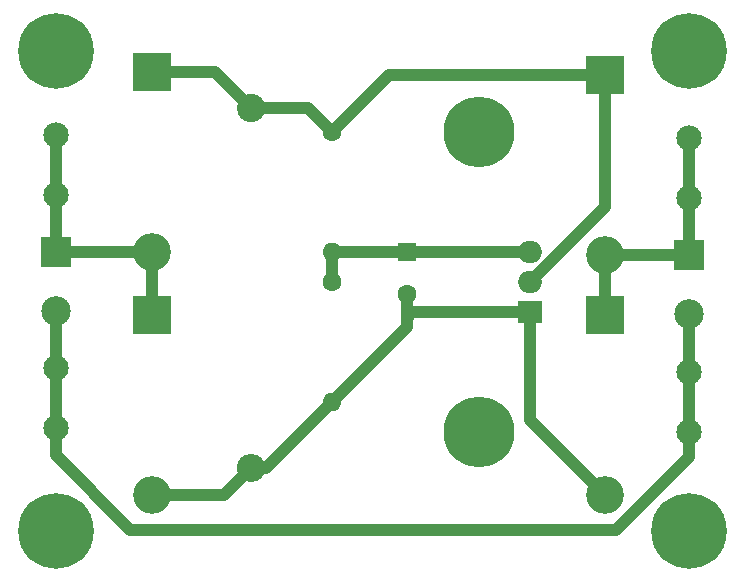
<source format=gbr>
G04 #@! TF.GenerationSoftware,KiCad,Pcbnew,(6.0.1-0)*
G04 #@! TF.CreationDate,2022-02-08T18:00:10+01:00*
G04 #@! TF.ProjectId,inrush-current-limiter-scr,696e7275-7368-42d6-9375-7272656e742d,rev?*
G04 #@! TF.SameCoordinates,Original*
G04 #@! TF.FileFunction,Copper,L2,Bot*
G04 #@! TF.FilePolarity,Positive*
%FSLAX46Y46*%
G04 Gerber Fmt 4.6, Leading zero omitted, Abs format (unit mm)*
G04 Created by KiCad (PCBNEW (6.0.1-0)) date 2022-02-08 18:00:10*
%MOMM*%
%LPD*%
G01*
G04 APERTURE LIST*
G04 #@! TA.AperFunction,ComponentPad*
%ADD10R,3.200000X3.200000*%
G04 #@! TD*
G04 #@! TA.AperFunction,ComponentPad*
%ADD11O,3.200000X3.200000*%
G04 #@! TD*
G04 #@! TA.AperFunction,ComponentPad*
%ADD12C,1.600000*%
G04 #@! TD*
G04 #@! TA.AperFunction,ComponentPad*
%ADD13O,1.600000X1.600000*%
G04 #@! TD*
G04 #@! TA.AperFunction,ComponentPad*
%ADD14R,2.500000X2.500000*%
G04 #@! TD*
G04 #@! TA.AperFunction,ComponentPad*
%ADD15C,2.500000*%
G04 #@! TD*
G04 #@! TA.AperFunction,ComponentPad*
%ADD16C,2.145000*%
G04 #@! TD*
G04 #@! TA.AperFunction,ComponentPad*
%ADD17C,0.800000*%
G04 #@! TD*
G04 #@! TA.AperFunction,ComponentPad*
%ADD18C,6.400000*%
G04 #@! TD*
G04 #@! TA.AperFunction,ComponentPad*
%ADD19R,2.000000X1.905000*%
G04 #@! TD*
G04 #@! TA.AperFunction,ComponentPad*
%ADD20O,2.000000X1.905000*%
G04 #@! TD*
G04 #@! TA.AperFunction,ComponentPad*
%ADD21R,1.600000X1.600000*%
G04 #@! TD*
G04 #@! TA.AperFunction,ComponentPad*
%ADD22C,6.000000*%
G04 #@! TD*
G04 #@! TA.AperFunction,ComponentPad*
%ADD23C,2.400000*%
G04 #@! TD*
G04 #@! TA.AperFunction,ComponentPad*
%ADD24O,2.400000X2.400000*%
G04 #@! TD*
G04 #@! TA.AperFunction,Conductor*
%ADD25C,1.000000*%
G04 #@! TD*
G04 APERTURE END LIST*
D10*
X131826000Y-83312000D03*
D11*
X131826000Y-98552000D03*
D12*
X108712000Y-67818000D03*
D13*
X108712000Y-77978000D03*
D14*
X85344000Y-77978000D03*
D15*
X85344000Y-82978000D03*
D16*
X138938000Y-93218000D03*
X138938000Y-88138000D03*
X85344000Y-87757000D03*
X85344000Y-92837000D03*
X138938000Y-68326000D03*
X138938000Y-73406000D03*
D17*
X85344000Y-63360000D03*
X82944000Y-60960000D03*
D18*
X85344000Y-60960000D03*
D17*
X83646944Y-62657056D03*
X85344000Y-58560000D03*
X87041056Y-62657056D03*
X87041056Y-59262944D03*
X83646944Y-59262944D03*
X87744000Y-60960000D03*
D19*
X125476000Y-83058000D03*
D20*
X125476000Y-80518000D03*
X125476000Y-77978000D03*
D14*
X138938000Y-78232000D03*
D15*
X138938000Y-83232000D03*
D17*
X137240944Y-59262944D03*
X138938000Y-63360000D03*
X141338000Y-60960000D03*
X136538000Y-60960000D03*
X137240944Y-62657056D03*
X140635056Y-62657056D03*
X138938000Y-58560000D03*
D18*
X138938000Y-60960000D03*
D17*
X140635056Y-59262944D03*
D10*
X93472000Y-62738000D03*
D11*
X93472000Y-77978000D03*
D21*
X115062000Y-77978000D03*
D12*
X115062000Y-81478000D03*
X108712000Y-80518000D03*
D13*
X108712000Y-90678000D03*
D10*
X131826000Y-62992000D03*
D11*
X131826000Y-78232000D03*
D16*
X85344000Y-73152000D03*
X85344000Y-68072000D03*
D22*
X121158000Y-67818000D03*
X121158000Y-93218000D03*
D23*
X101854000Y-65786000D03*
D24*
X101854000Y-96266000D03*
D17*
X141338000Y-101600000D03*
X136538000Y-101600000D03*
X137240944Y-99902944D03*
X137240944Y-103297056D03*
X140635056Y-99902944D03*
D18*
X138938000Y-101600000D03*
D17*
X140635056Y-103297056D03*
X138938000Y-99200000D03*
X138938000Y-104000000D03*
X83646944Y-103297056D03*
X87041056Y-103297056D03*
X87041056Y-99902944D03*
X85344000Y-99200000D03*
D18*
X85344000Y-101600000D03*
D17*
X85344000Y-104000000D03*
X87744000Y-101600000D03*
X82944000Y-101600000D03*
X83646944Y-99902944D03*
D10*
X93472000Y-83312000D03*
D11*
X93472000Y-98552000D03*
D25*
X108712000Y-77978000D02*
X108712000Y-80518000D01*
X115062000Y-77978000D02*
X108712000Y-77978000D01*
X125476000Y-77978000D02*
X115062000Y-77978000D01*
X115062000Y-84328000D02*
X108712000Y-90678000D01*
X115062000Y-83512000D02*
X115062000Y-84328000D01*
X115062000Y-81478000D02*
X115062000Y-83512000D01*
X115516000Y-83058000D02*
X115062000Y-83512000D01*
X125476000Y-92202000D02*
X125476000Y-83058000D01*
X101854000Y-96266000D02*
X103124000Y-96266000D01*
X103124000Y-96266000D02*
X108712000Y-90678000D01*
X131826000Y-98552000D02*
X125476000Y-92202000D01*
X99568000Y-98552000D02*
X101854000Y-96266000D01*
X125476000Y-83058000D02*
X115516000Y-83058000D01*
X93472000Y-98552000D02*
X99568000Y-98552000D01*
X101854000Y-65786000D02*
X106680000Y-65786000D01*
X98806000Y-62738000D02*
X101854000Y-65786000D01*
X113538000Y-62992000D02*
X108712000Y-67818000D01*
X131826000Y-62992000D02*
X113538000Y-62992000D01*
X93472000Y-62738000D02*
X98806000Y-62738000D01*
X125476000Y-80518000D02*
X131826000Y-74168000D01*
X131826000Y-74168000D02*
X131826000Y-62992000D01*
X106680000Y-65786000D02*
X108712000Y-67818000D01*
X93472000Y-83312000D02*
X93472000Y-77978000D01*
X85344000Y-73152000D02*
X85344000Y-68072000D01*
X85344000Y-77978000D02*
X85344000Y-73152000D01*
X93472000Y-77978000D02*
X85344000Y-77978000D01*
X131826000Y-78232000D02*
X131826000Y-83312000D01*
X138938000Y-78232000D02*
X131826000Y-78232000D01*
X138938000Y-73406000D02*
X138938000Y-68326000D01*
X138938000Y-78232000D02*
X138938000Y-73406000D01*
X138938000Y-93218000D02*
X138938000Y-95312000D01*
X138938000Y-95312000D02*
X132800000Y-101450000D01*
X85344000Y-82978000D02*
X85344000Y-87757000D01*
X138938000Y-93218000D02*
X138938000Y-88138000D01*
X85344000Y-87757000D02*
X85344000Y-92837000D01*
X132800000Y-101450000D02*
X91650000Y-101450000D01*
X85344000Y-92837000D02*
X85344000Y-95144000D01*
X138938000Y-88138000D02*
X138938000Y-83232000D01*
X85344000Y-95144000D02*
X91650000Y-101450000D01*
M02*

</source>
